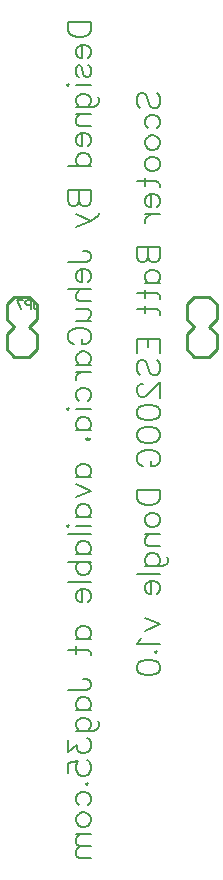
<source format=gbo>
G04 Layer: BottomSilkLayer*
G04 EasyEDA v6.4.7, 2021-01-19T01:18:58--8:00*
G04 5c983e547ce9454fba3114fb1a11af02,NaN*
G04 Gerber Generator version 0.2*
G04 Scale: 100 percent, Rotated: No, Reflected: No *
G04 Dimensions in inches *
G04 leading zeros omitted , absolute positions ,2 integer and 4 decimal *
%FSLAX24Y24*%
%MOIN*%
G90*
D02*

%ADD10C,0.010000*%
%ADD17C,0.008000*%
%ADD18C,0.006000*%

%LPD*%
G54D10*
G01X8750Y21350D02*
G01X8500Y21100D01*
G01X8500Y20600D01*
G01X8750Y20350D01*
G01X8500Y20100D01*
G01X8500Y19600D01*
G01X8750Y19350D01*
G01X9250Y19350D01*
G01X9500Y19600D01*
G01X9500Y20100D01*
G01X9250Y20350D01*
G01X9500Y20600D01*
G01X9500Y21100D01*
G01X9250Y21350D01*
G01X8750Y21350D01*
G01X2750Y21300D02*
G01X2750Y21350D01*
G01X2500Y21100D01*
G01X2500Y20600D01*
G01X2750Y20350D01*
G01X2500Y20100D01*
G01X2500Y19600D01*
G01X2750Y19350D01*
G01X3250Y19350D01*
G01X3500Y19600D01*
G01X3500Y20100D01*
G01X3250Y20350D01*
G01X3500Y20600D01*
G01X3500Y21100D01*
G01X3250Y21350D01*
G01X2750Y21350D01*
G54D18*
G01X3394Y21234D02*
G01X3394Y21015D01*
G01X3407Y20975D01*
G01X3421Y20961D01*
G01X3448Y20946D01*
G01X3475Y20946D01*
G01X3503Y20961D01*
G01X3515Y20975D01*
G01X3530Y21015D01*
G01X3530Y21042D01*
G01X3303Y21234D02*
G01X3303Y20946D01*
G01X3303Y21234D02*
G01X3180Y21234D01*
G01X3140Y21219D01*
G01X3126Y21205D01*
G01X3113Y21178D01*
G01X3113Y21138D01*
G01X3126Y21111D01*
G01X3140Y21096D01*
G01X3180Y21084D01*
G01X3303Y21084D01*
G01X2832Y21234D02*
G01X2967Y20946D01*
G01X3023Y21234D02*
G01X2832Y21234D01*
G54D17*
G01X6951Y27640D02*
G01X6879Y27713D01*
G01X6842Y27822D01*
G01X6842Y27968D01*
G01X6879Y28077D01*
G01X6951Y28150D01*
G01X7024Y28150D01*
G01X7097Y28113D01*
G01X7133Y28077D01*
G01X7169Y28004D01*
G01X7242Y27786D01*
G01X7279Y27713D01*
G01X7315Y27677D01*
G01X7388Y27640D01*
G01X7497Y27640D01*
G01X7569Y27713D01*
G01X7606Y27822D01*
G01X7606Y27968D01*
G01X7569Y28077D01*
G01X7497Y28150D01*
G01X7206Y26964D02*
G01X7133Y27037D01*
G01X7097Y27109D01*
G01X7097Y27219D01*
G01X7133Y27291D01*
G01X7206Y27364D01*
G01X7315Y27400D01*
G01X7388Y27400D01*
G01X7497Y27364D01*
G01X7569Y27291D01*
G01X7606Y27219D01*
G01X7606Y27109D01*
G01X7569Y27037D01*
G01X7497Y26964D01*
G01X7097Y26542D02*
G01X7133Y26615D01*
G01X7206Y26688D01*
G01X7315Y26724D01*
G01X7388Y26724D01*
G01X7497Y26688D01*
G01X7569Y26615D01*
G01X7606Y26542D01*
G01X7606Y26433D01*
G01X7569Y26360D01*
G01X7497Y26288D01*
G01X7388Y26251D01*
G01X7315Y26251D01*
G01X7206Y26288D01*
G01X7133Y26360D01*
G01X7097Y26433D01*
G01X7097Y26542D01*
G01X7097Y25830D02*
G01X7133Y25902D01*
G01X7206Y25975D01*
G01X7315Y26011D01*
G01X7388Y26011D01*
G01X7497Y25975D01*
G01X7569Y25902D01*
G01X7606Y25830D01*
G01X7606Y25720D01*
G01X7569Y25648D01*
G01X7497Y25575D01*
G01X7388Y25539D01*
G01X7315Y25539D01*
G01X7206Y25575D01*
G01X7133Y25648D01*
G01X7097Y25720D01*
G01X7097Y25830D01*
G01X6842Y25190D02*
G01X7460Y25190D01*
G01X7569Y25153D01*
G01X7606Y25080D01*
G01X7606Y25008D01*
G01X7097Y25299D02*
G01X7097Y25044D01*
G01X7315Y24768D02*
G01X7315Y24331D01*
G01X7242Y24331D01*
G01X7169Y24368D01*
G01X7133Y24404D01*
G01X7097Y24477D01*
G01X7097Y24586D01*
G01X7133Y24659D01*
G01X7206Y24731D01*
G01X7315Y24768D01*
G01X7388Y24768D01*
G01X7497Y24731D01*
G01X7569Y24659D01*
G01X7606Y24586D01*
G01X7606Y24477D01*
G01X7569Y24404D01*
G01X7497Y24331D01*
G01X7097Y24091D02*
G01X7606Y24091D01*
G01X7315Y24091D02*
G01X7206Y24055D01*
G01X7133Y23982D01*
G01X7097Y23909D01*
G01X7097Y23800D01*
G01X6842Y23000D02*
G01X7606Y23000D01*
G01X6842Y23000D02*
G01X6842Y22673D01*
G01X6879Y22564D01*
G01X6915Y22528D01*
G01X6988Y22491D01*
G01X7060Y22491D01*
G01X7133Y22528D01*
G01X7169Y22564D01*
G01X7206Y22673D01*
G01X7206Y23000D02*
G01X7206Y22673D01*
G01X7242Y22564D01*
G01X7279Y22528D01*
G01X7351Y22491D01*
G01X7460Y22491D01*
G01X7533Y22528D01*
G01X7569Y22564D01*
G01X7606Y22673D01*
G01X7606Y23000D01*
G01X7097Y21815D02*
G01X7606Y21815D01*
G01X7206Y21815D02*
G01X7133Y21888D01*
G01X7097Y21960D01*
G01X7097Y22069D01*
G01X7133Y22142D01*
G01X7206Y22215D01*
G01X7315Y22251D01*
G01X7388Y22251D01*
G01X7497Y22215D01*
G01X7569Y22142D01*
G01X7606Y22069D01*
G01X7606Y21960D01*
G01X7569Y21888D01*
G01X7497Y21815D01*
G01X6842Y21466D02*
G01X7460Y21466D01*
G01X7569Y21430D01*
G01X7606Y21357D01*
G01X7606Y21284D01*
G01X7097Y21575D02*
G01X7097Y21320D01*
G01X6842Y20935D02*
G01X7460Y20935D01*
G01X7569Y20899D01*
G01X7606Y20826D01*
G01X7606Y20753D01*
G01X7097Y21044D02*
G01X7097Y20790D01*
G01X6842Y19953D02*
G01X7606Y19953D01*
G01X6842Y19953D02*
G01X6842Y19480D01*
G01X7206Y19953D02*
G01X7206Y19662D01*
G01X7606Y19953D02*
G01X7606Y19480D01*
G01X6951Y18731D02*
G01X6879Y18804D01*
G01X6842Y18913D01*
G01X6842Y19059D01*
G01X6879Y19168D01*
G01X6951Y19240D01*
G01X7024Y19240D01*
G01X7097Y19204D01*
G01X7133Y19168D01*
G01X7169Y19095D01*
G01X7242Y18877D01*
G01X7279Y18804D01*
G01X7315Y18768D01*
G01X7388Y18731D01*
G01X7497Y18731D01*
G01X7569Y18804D01*
G01X7606Y18913D01*
G01X7606Y19059D01*
G01X7569Y19168D01*
G01X7497Y19240D01*
G01X7024Y18455D02*
G01X6988Y18455D01*
G01X6915Y18419D01*
G01X6879Y18382D01*
G01X6842Y18309D01*
G01X6842Y18164D01*
G01X6879Y18091D01*
G01X6915Y18055D01*
G01X6988Y18019D01*
G01X7060Y18019D01*
G01X7133Y18055D01*
G01X7242Y18128D01*
G01X7606Y18491D01*
G01X7606Y17982D01*
G01X6842Y17524D02*
G01X6879Y17633D01*
G01X6988Y17706D01*
G01X7169Y17742D01*
G01X7279Y17742D01*
G01X7460Y17706D01*
G01X7569Y17633D01*
G01X7606Y17524D01*
G01X7606Y17451D01*
G01X7569Y17342D01*
G01X7460Y17269D01*
G01X7279Y17233D01*
G01X7169Y17233D01*
G01X6988Y17269D01*
G01X6879Y17342D01*
G01X6842Y17451D01*
G01X6842Y17524D01*
G01X6842Y16775D02*
G01X6879Y16884D01*
G01X6988Y16957D01*
G01X7169Y16993D01*
G01X7279Y16993D01*
G01X7460Y16957D01*
G01X7569Y16884D01*
G01X7606Y16775D01*
G01X7606Y16702D01*
G01X7569Y16593D01*
G01X7460Y16520D01*
G01X7279Y16484D01*
G01X7169Y16484D01*
G01X6988Y16520D01*
G01X6879Y16593D01*
G01X6842Y16702D01*
G01X6842Y16775D01*
G01X7024Y15699D02*
G01X6951Y15735D01*
G01X6879Y15808D01*
G01X6842Y15880D01*
G01X6842Y16026D01*
G01X6879Y16099D01*
G01X6951Y16171D01*
G01X7024Y16208D01*
G01X7133Y16244D01*
G01X7315Y16244D01*
G01X7424Y16208D01*
G01X7497Y16171D01*
G01X7569Y16099D01*
G01X7606Y16026D01*
G01X7606Y15880D01*
G01X7569Y15808D01*
G01X7497Y15735D01*
G01X7424Y15699D01*
G01X7315Y15699D01*
G01X7315Y15880D02*
G01X7315Y15699D01*
G01X6842Y14899D02*
G01X7606Y14899D01*
G01X6842Y14899D02*
G01X6842Y14644D01*
G01X6879Y14535D01*
G01X6951Y14462D01*
G01X7024Y14426D01*
G01X7133Y14390D01*
G01X7315Y14390D01*
G01X7424Y14426D01*
G01X7497Y14462D01*
G01X7569Y14535D01*
G01X7606Y14644D01*
G01X7606Y14899D01*
G01X7097Y13968D02*
G01X7133Y14040D01*
G01X7206Y14113D01*
G01X7315Y14150D01*
G01X7388Y14150D01*
G01X7497Y14113D01*
G01X7569Y14040D01*
G01X7606Y13968D01*
G01X7606Y13859D01*
G01X7569Y13786D01*
G01X7497Y13713D01*
G01X7388Y13677D01*
G01X7315Y13677D01*
G01X7206Y13713D01*
G01X7133Y13786D01*
G01X7097Y13859D01*
G01X7097Y13968D01*
G01X7097Y13437D02*
G01X7606Y13437D01*
G01X7242Y13437D02*
G01X7133Y13328D01*
G01X7097Y13255D01*
G01X7097Y13146D01*
G01X7133Y13073D01*
G01X7242Y13037D01*
G01X7606Y13037D01*
G01X7097Y12360D02*
G01X7679Y12360D01*
G01X7788Y12397D01*
G01X7824Y12433D01*
G01X7860Y12506D01*
G01X7860Y12615D01*
G01X7824Y12688D01*
G01X7206Y12360D02*
G01X7133Y12433D01*
G01X7097Y12506D01*
G01X7097Y12615D01*
G01X7133Y12688D01*
G01X7206Y12760D01*
G01X7315Y12797D01*
G01X7388Y12797D01*
G01X7497Y12760D01*
G01X7569Y12688D01*
G01X7606Y12615D01*
G01X7606Y12506D01*
G01X7569Y12433D01*
G01X7497Y12360D01*
G01X6842Y12120D02*
G01X7606Y12120D01*
G01X7315Y11880D02*
G01X7315Y11444D01*
G01X7242Y11444D01*
G01X7169Y11480D01*
G01X7133Y11517D01*
G01X7097Y11590D01*
G01X7097Y11699D01*
G01X7133Y11771D01*
G01X7206Y11844D01*
G01X7315Y11880D01*
G01X7388Y11880D01*
G01X7497Y11844D01*
G01X7569Y11771D01*
G01X7606Y11699D01*
G01X7606Y11590D01*
G01X7569Y11517D01*
G01X7497Y11444D01*
G01X7097Y10644D02*
G01X7606Y10426D01*
G01X7097Y10208D02*
G01X7606Y10426D01*
G01X6988Y9968D02*
G01X6951Y9895D01*
G01X6842Y9786D01*
G01X7606Y9786D01*
G01X7424Y9509D02*
G01X7460Y9546D01*
G01X7497Y9509D01*
G01X7460Y9473D01*
G01X7424Y9509D01*
G01X6842Y9015D02*
G01X6879Y9124D01*
G01X6988Y9197D01*
G01X7169Y9233D01*
G01X7279Y9233D01*
G01X7460Y9197D01*
G01X7569Y9124D01*
G01X7606Y9015D01*
G01X7606Y8942D01*
G01X7569Y8833D01*
G01X7460Y8760D01*
G01X7279Y8724D01*
G01X7169Y8724D01*
G01X6988Y8760D01*
G01X6879Y8833D01*
G01X6842Y8942D01*
G01X6842Y9015D01*
G01X4542Y30500D02*
G01X5306Y30500D01*
G01X4542Y30500D02*
G01X4542Y30245D01*
G01X4579Y30136D01*
G01X4651Y30063D01*
G01X4724Y30027D01*
G01X4833Y29990D01*
G01X5015Y29990D01*
G01X5124Y30027D01*
G01X5197Y30063D01*
G01X5269Y30136D01*
G01X5306Y30245D01*
G01X5306Y30500D01*
G01X5015Y29750D02*
G01X5015Y29314D01*
G01X4942Y29314D01*
G01X4869Y29350D01*
G01X4833Y29387D01*
G01X4797Y29459D01*
G01X4797Y29569D01*
G01X4833Y29641D01*
G01X4906Y29714D01*
G01X5015Y29750D01*
G01X5088Y29750D01*
G01X5197Y29714D01*
G01X5269Y29641D01*
G01X5306Y29569D01*
G01X5306Y29459D01*
G01X5269Y29387D01*
G01X5197Y29314D01*
G01X4906Y28674D02*
G01X4833Y28710D01*
G01X4797Y28819D01*
G01X4797Y28929D01*
G01X4833Y29038D01*
G01X4906Y29074D01*
G01X4979Y29038D01*
G01X5015Y28965D01*
G01X5051Y28783D01*
G01X5088Y28710D01*
G01X5160Y28674D01*
G01X5197Y28674D01*
G01X5269Y28710D01*
G01X5306Y28819D01*
G01X5306Y28929D01*
G01X5269Y29038D01*
G01X5197Y29074D01*
G01X4542Y28434D02*
G01X4579Y28398D01*
G01X4542Y28361D01*
G01X4506Y28398D01*
G01X4542Y28434D01*
G01X4797Y28398D02*
G01X5306Y28398D01*
G01X4797Y27685D02*
G01X5379Y27685D01*
G01X5488Y27721D01*
G01X5524Y27758D01*
G01X5560Y27830D01*
G01X5560Y27940D01*
G01X5524Y28012D01*
G01X4906Y27685D02*
G01X4833Y27758D01*
G01X4797Y27830D01*
G01X4797Y27940D01*
G01X4833Y28012D01*
G01X4906Y28085D01*
G01X5015Y28121D01*
G01X5088Y28121D01*
G01X5197Y28085D01*
G01X5269Y28012D01*
G01X5306Y27940D01*
G01X5306Y27830D01*
G01X5269Y27758D01*
G01X5197Y27685D01*
G01X4797Y27445D02*
G01X5306Y27445D01*
G01X4942Y27445D02*
G01X4833Y27336D01*
G01X4797Y27263D01*
G01X4797Y27154D01*
G01X4833Y27081D01*
G01X4942Y27045D01*
G01X5306Y27045D01*
G01X5015Y26805D02*
G01X5015Y26369D01*
G01X4942Y26369D01*
G01X4869Y26405D01*
G01X4833Y26441D01*
G01X4797Y26514D01*
G01X4797Y26623D01*
G01X4833Y26696D01*
G01X4906Y26769D01*
G01X5015Y26805D01*
G01X5088Y26805D01*
G01X5197Y26769D01*
G01X5269Y26696D01*
G01X5306Y26623D01*
G01X5306Y26514D01*
G01X5269Y26441D01*
G01X5197Y26369D01*
G01X4542Y25692D02*
G01X5306Y25692D01*
G01X4906Y25692D02*
G01X4833Y25765D01*
G01X4797Y25838D01*
G01X4797Y25947D01*
G01X4833Y26019D01*
G01X4906Y26092D01*
G01X5015Y26129D01*
G01X5088Y26129D01*
G01X5197Y26092D01*
G01X5269Y26019D01*
G01X5306Y25947D01*
G01X5306Y25838D01*
G01X5269Y25765D01*
G01X5197Y25692D01*
G01X4542Y24892D02*
G01X5306Y24892D01*
G01X4542Y24892D02*
G01X4542Y24565D01*
G01X4579Y24456D01*
G01X4615Y24419D01*
G01X4688Y24383D01*
G01X4760Y24383D01*
G01X4833Y24419D01*
G01X4869Y24456D01*
G01X4906Y24565D01*
G01X4906Y24892D02*
G01X4906Y24565D01*
G01X4942Y24456D01*
G01X4979Y24419D01*
G01X5051Y24383D01*
G01X5160Y24383D01*
G01X5233Y24419D01*
G01X5269Y24456D01*
G01X5306Y24565D01*
G01X5306Y24892D01*
G01X4797Y24107D02*
G01X5306Y23889D01*
G01X4797Y23670D02*
G01X5306Y23889D01*
G01X5451Y23961D01*
G01X5524Y24034D01*
G01X5560Y24107D01*
G01X5560Y24143D01*
G01X4542Y22507D02*
G01X5124Y22507D01*
G01X5233Y22543D01*
G01X5269Y22580D01*
G01X5306Y22652D01*
G01X5306Y22725D01*
G01X5269Y22798D01*
G01X5233Y22834D01*
G01X5124Y22870D01*
G01X5051Y22870D01*
G01X5015Y22267D02*
G01X5015Y21830D01*
G01X4942Y21830D01*
G01X4869Y21867D01*
G01X4833Y21903D01*
G01X4797Y21976D01*
G01X4797Y22085D01*
G01X4833Y22158D01*
G01X4906Y22230D01*
G01X5015Y22267D01*
G01X5088Y22267D01*
G01X5197Y22230D01*
G01X5269Y22158D01*
G01X5306Y22085D01*
G01X5306Y21976D01*
G01X5269Y21903D01*
G01X5197Y21830D01*
G01X4542Y21590D02*
G01X5306Y21590D01*
G01X4942Y21590D02*
G01X4833Y21481D01*
G01X4797Y21409D01*
G01X4797Y21300D01*
G01X4833Y21227D01*
G01X4942Y21190D01*
G01X5306Y21190D01*
G01X4797Y20950D02*
G01X5160Y20950D01*
G01X5269Y20914D01*
G01X5306Y20841D01*
G01X5306Y20732D01*
G01X5269Y20659D01*
G01X5160Y20550D01*
G01X4797Y20550D02*
G01X5306Y20550D01*
G01X4724Y19765D02*
G01X4651Y19801D01*
G01X4579Y19874D01*
G01X4542Y19947D01*
G01X4542Y20092D01*
G01X4579Y20165D01*
G01X4651Y20238D01*
G01X4724Y20274D01*
G01X4833Y20310D01*
G01X5015Y20310D01*
G01X5124Y20274D01*
G01X5197Y20238D01*
G01X5269Y20165D01*
G01X5306Y20092D01*
G01X5306Y19947D01*
G01X5269Y19874D01*
G01X5197Y19801D01*
G01X5124Y19765D01*
G01X5015Y19765D01*
G01X5015Y19947D02*
G01X5015Y19765D01*
G01X4797Y19089D02*
G01X5306Y19089D01*
G01X4906Y19089D02*
G01X4833Y19161D01*
G01X4797Y19234D01*
G01X4797Y19343D01*
G01X4833Y19416D01*
G01X4906Y19489D01*
G01X5015Y19525D01*
G01X5088Y19525D01*
G01X5197Y19489D01*
G01X5269Y19416D01*
G01X5306Y19343D01*
G01X5306Y19234D01*
G01X5269Y19161D01*
G01X5197Y19089D01*
G01X4797Y18849D02*
G01X5306Y18849D01*
G01X5015Y18849D02*
G01X4906Y18812D01*
G01X4833Y18740D01*
G01X4797Y18667D01*
G01X4797Y18558D01*
G01X4906Y17881D02*
G01X4833Y17954D01*
G01X4797Y18027D01*
G01X4797Y18136D01*
G01X4833Y18209D01*
G01X4906Y18281D01*
G01X5015Y18318D01*
G01X5088Y18318D01*
G01X5197Y18281D01*
G01X5269Y18209D01*
G01X5306Y18136D01*
G01X5306Y18027D01*
G01X5269Y17954D01*
G01X5197Y17881D01*
G01X4542Y17641D02*
G01X4579Y17605D01*
G01X4542Y17569D01*
G01X4506Y17605D01*
G01X4542Y17641D01*
G01X4797Y17605D02*
G01X5306Y17605D01*
G01X4797Y16892D02*
G01X5306Y16892D01*
G01X4906Y16892D02*
G01X4833Y16965D01*
G01X4797Y17038D01*
G01X4797Y17147D01*
G01X4833Y17219D01*
G01X4906Y17292D01*
G01X5015Y17329D01*
G01X5088Y17329D01*
G01X5197Y17292D01*
G01X5269Y17219D01*
G01X5306Y17147D01*
G01X5306Y17038D01*
G01X5269Y16965D01*
G01X5197Y16892D01*
G01X5160Y16580D02*
G01X5197Y16616D01*
G01X5160Y16652D01*
G01X5124Y16616D01*
G01X5160Y16580D01*
G01X5233Y16580D01*
G01X5306Y16652D01*
G01X4797Y15343D02*
G01X5306Y15343D01*
G01X4906Y15343D02*
G01X4833Y15416D01*
G01X4797Y15489D01*
G01X4797Y15598D01*
G01X4833Y15670D01*
G01X4906Y15743D01*
G01X5015Y15780D01*
G01X5088Y15780D01*
G01X5197Y15743D01*
G01X5269Y15670D01*
G01X5306Y15598D01*
G01X5306Y15489D01*
G01X5269Y15416D01*
G01X5197Y15343D01*
G01X4797Y15103D02*
G01X5306Y14885D01*
G01X4797Y14667D02*
G01X5306Y14885D01*
G01X4797Y13990D02*
G01X5306Y13990D01*
G01X4906Y13990D02*
G01X4833Y14063D01*
G01X4797Y14136D01*
G01X4797Y14245D01*
G01X4833Y14318D01*
G01X4906Y14390D01*
G01X5015Y14427D01*
G01X5088Y14427D01*
G01X5197Y14390D01*
G01X5269Y14318D01*
G01X5306Y14245D01*
G01X5306Y14136D01*
G01X5269Y14063D01*
G01X5197Y13990D01*
G01X4542Y13750D02*
G01X4579Y13714D01*
G01X4542Y13678D01*
G01X4506Y13714D01*
G01X4542Y13750D01*
G01X4797Y13714D02*
G01X5306Y13714D01*
G01X4542Y13438D02*
G01X5306Y13438D01*
G01X4797Y12761D02*
G01X5306Y12761D01*
G01X4906Y12761D02*
G01X4833Y12834D01*
G01X4797Y12907D01*
G01X4797Y13016D01*
G01X4833Y13089D01*
G01X4906Y13161D01*
G01X5015Y13198D01*
G01X5088Y13198D01*
G01X5197Y13161D01*
G01X5269Y13089D01*
G01X5306Y13016D01*
G01X5306Y12907D01*
G01X5269Y12834D01*
G01X5197Y12761D01*
G01X4542Y12521D02*
G01X5306Y12521D01*
G01X4906Y12521D02*
G01X4833Y12449D01*
G01X4797Y12376D01*
G01X4797Y12267D01*
G01X4833Y12194D01*
G01X4906Y12121D01*
G01X5015Y12085D01*
G01X5088Y12085D01*
G01X5197Y12121D01*
G01X5269Y12194D01*
G01X5306Y12267D01*
G01X5306Y12376D01*
G01X5269Y12449D01*
G01X5197Y12521D01*
G01X4542Y11845D02*
G01X5306Y11845D01*
G01X5015Y11605D02*
G01X5015Y11169D01*
G01X4942Y11169D01*
G01X4869Y11205D01*
G01X4833Y11241D01*
G01X4797Y11314D01*
G01X4797Y11423D01*
G01X4833Y11496D01*
G01X4906Y11569D01*
G01X5015Y11605D01*
G01X5088Y11605D01*
G01X5197Y11569D01*
G01X5269Y11496D01*
G01X5306Y11423D01*
G01X5306Y11314D01*
G01X5269Y11241D01*
G01X5197Y11169D01*
G01X4797Y9932D02*
G01X5306Y9932D01*
G01X4906Y9932D02*
G01X4833Y10005D01*
G01X4797Y10078D01*
G01X4797Y10187D01*
G01X4833Y10259D01*
G01X4906Y10332D01*
G01X5015Y10369D01*
G01X5088Y10369D01*
G01X5197Y10332D01*
G01X5269Y10259D01*
G01X5306Y10187D01*
G01X5306Y10078D01*
G01X5269Y10005D01*
G01X5197Y9932D01*
G01X4542Y9583D02*
G01X5160Y9583D01*
G01X5269Y9547D01*
G01X5306Y9474D01*
G01X5306Y9401D01*
G01X4797Y9692D02*
G01X4797Y9438D01*
G01X4542Y8238D02*
G01X5124Y8238D01*
G01X5233Y8274D01*
G01X5269Y8310D01*
G01X5306Y8383D01*
G01X5306Y8456D01*
G01X5269Y8529D01*
G01X5233Y8565D01*
G01X5124Y8601D01*
G01X5051Y8601D01*
G01X4797Y7561D02*
G01X5306Y7561D01*
G01X4906Y7561D02*
G01X4833Y7634D01*
G01X4797Y7707D01*
G01X4797Y7816D01*
G01X4833Y7889D01*
G01X4906Y7961D01*
G01X5015Y7998D01*
G01X5088Y7998D01*
G01X5197Y7961D01*
G01X5269Y7889D01*
G01X5306Y7816D01*
G01X5306Y7707D01*
G01X5269Y7634D01*
G01X5197Y7561D01*
G01X4797Y6885D02*
G01X5379Y6885D01*
G01X5488Y6921D01*
G01X5524Y6958D01*
G01X5560Y7030D01*
G01X5560Y7140D01*
G01X5524Y7212D01*
G01X4906Y6885D02*
G01X4833Y6958D01*
G01X4797Y7030D01*
G01X4797Y7140D01*
G01X4833Y7212D01*
G01X4906Y7285D01*
G01X5015Y7321D01*
G01X5088Y7321D01*
G01X5197Y7285D01*
G01X5269Y7212D01*
G01X5306Y7140D01*
G01X5306Y7030D01*
G01X5269Y6958D01*
G01X5197Y6885D01*
G01X4542Y6572D02*
G01X4542Y6172D01*
G01X4833Y6390D01*
G01X4833Y6281D01*
G01X4869Y6209D01*
G01X4906Y6172D01*
G01X5015Y6136D01*
G01X5088Y6136D01*
G01X5197Y6172D01*
G01X5269Y6245D01*
G01X5306Y6354D01*
G01X5306Y6463D01*
G01X5269Y6572D01*
G01X5233Y6609D01*
G01X5160Y6645D01*
G01X4542Y5459D02*
G01X4542Y5823D01*
G01X4869Y5859D01*
G01X4833Y5823D01*
G01X4797Y5714D01*
G01X4797Y5605D01*
G01X4833Y5496D01*
G01X4906Y5423D01*
G01X5015Y5387D01*
G01X5088Y5387D01*
G01X5197Y5423D01*
G01X5269Y5496D01*
G01X5306Y5605D01*
G01X5306Y5714D01*
G01X5269Y5823D01*
G01X5233Y5859D01*
G01X5160Y5896D01*
G01X5124Y5110D02*
G01X5160Y5147D01*
G01X5197Y5110D01*
G01X5160Y5074D01*
G01X5124Y5110D01*
G01X4906Y4398D02*
G01X4833Y4470D01*
G01X4797Y4543D01*
G01X4797Y4652D01*
G01X4833Y4725D01*
G01X4906Y4798D01*
G01X5015Y4834D01*
G01X5088Y4834D01*
G01X5197Y4798D01*
G01X5269Y4725D01*
G01X5306Y4652D01*
G01X5306Y4543D01*
G01X5269Y4470D01*
G01X5197Y4398D01*
G01X4797Y3976D02*
G01X4833Y4049D01*
G01X4906Y4121D01*
G01X5015Y4158D01*
G01X5088Y4158D01*
G01X5197Y4121D01*
G01X5269Y4049D01*
G01X5306Y3976D01*
G01X5306Y3867D01*
G01X5269Y3794D01*
G01X5197Y3721D01*
G01X5088Y3685D01*
G01X5015Y3685D01*
G01X4906Y3721D01*
G01X4833Y3794D01*
G01X4797Y3867D01*
G01X4797Y3976D01*
G01X4797Y3445D02*
G01X5306Y3445D01*
G01X4942Y3445D02*
G01X4833Y3336D01*
G01X4797Y3263D01*
G01X4797Y3154D01*
G01X4833Y3081D01*
G01X4942Y3045D01*
G01X5306Y3045D01*
G01X4942Y3045D02*
G01X4833Y2936D01*
G01X4797Y2863D01*
G01X4797Y2754D01*
G01X4833Y2681D01*
G01X4942Y2645D01*
G01X5306Y2645D01*
M00*
M02*

</source>
